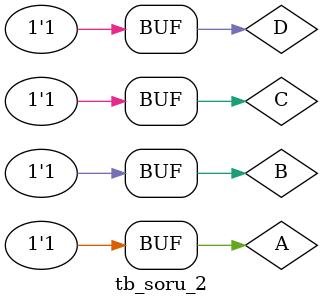
<source format=v>
`timescale 1ns / 1ps


module tb_soru_2(

    );
    reg A,B,C,D;
    wire Ftb;
    soru_2 a1(
    .A(A),
    .B(B),
    .C(C),
    .D(D),
    .F(Ftb)
    
    
   );
     
     initial begin
     A=0 ; B=0; C=0; D=0; #20;
     
     A=0 ; B=0; C=0; D=1; #20;
     
     A=0 ; B=0; C=1; D=0; #20;
     
     A=0 ; B=0; C=1; D=1; #20;
        
     A=0 ; B=1; C=0; D=0; #20;
     
     A=0 ; B=1; C=0; D=1; #20;
     
     A=0 ; B=1; C=1; D=0; #20;
     
     A=0 ; B=1; C=1; D=1; #20;
     
     A=1 ; B=0; C=0; D=0; #20;
     
     A=1 ; B=0; C=0; D=1; #20;
     
     A=1 ; B=0; C=1; D=0; #20;
     
     A=1 ; B=0; C=1; D=1; #20;
     
     A=1 ; B=1; C=0; D=0; #20;
     
     A=1 ; B=1; C=0; D=1; #20;
     
     A=1 ; B=1; C=1; D=0; #20;
     
     A=1 ; B=1; C=1; D=1; #20;

      end
     
           
           
     
    
    
endmodule

</source>
